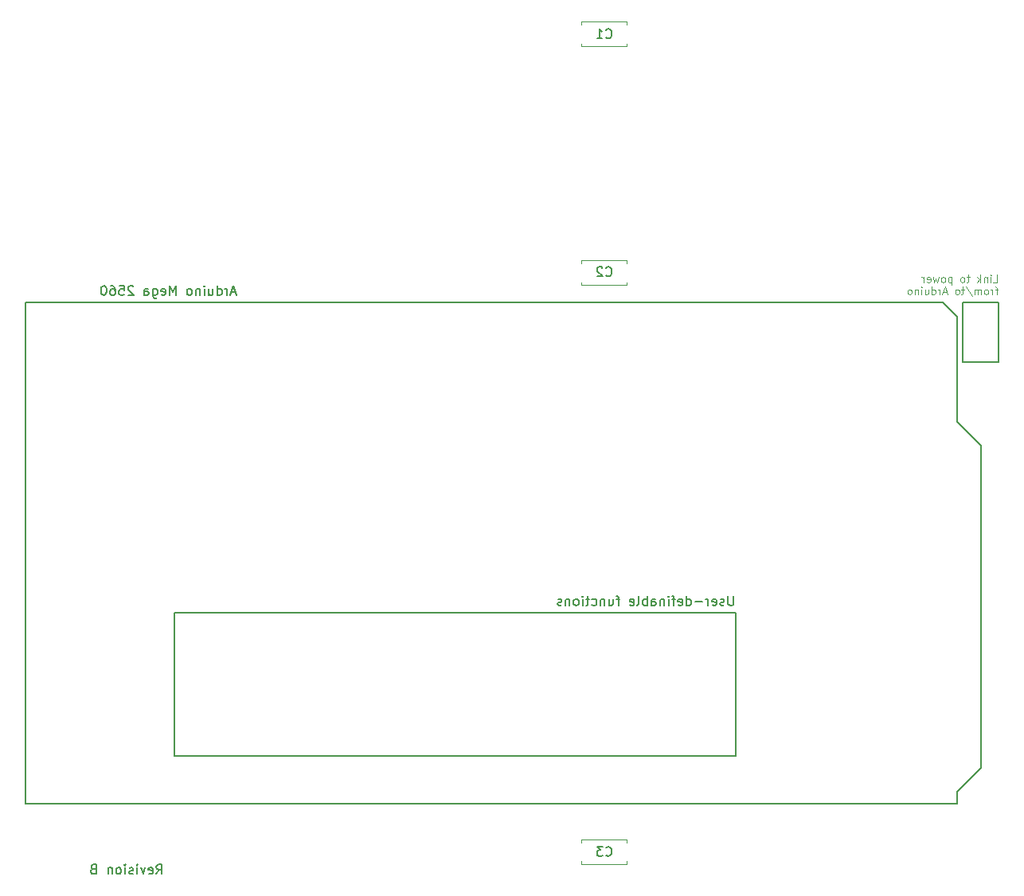
<source format=gbo>
G04 #@! TF.FileFunction,Legend,Bot*
%FSLAX46Y46*%
G04 Gerber Fmt 4.6, Leading zero omitted, Abs format (unit mm)*
G04 Created by KiCad (PCBNEW 4.0.7) date 01/18/20 22:33:19*
%MOMM*%
%LPD*%
G01*
G04 APERTURE LIST*
%ADD10C,0.100000*%
%ADD11C,0.150000*%
%ADD12C,0.200000*%
%ADD13C,0.120000*%
G04 APERTURE END LIST*
D10*
D11*
X169941905Y-114387381D02*
X169941905Y-115196905D01*
X169894286Y-115292143D01*
X169846667Y-115339762D01*
X169751429Y-115387381D01*
X169560952Y-115387381D01*
X169465714Y-115339762D01*
X169418095Y-115292143D01*
X169370476Y-115196905D01*
X169370476Y-114387381D01*
X168941905Y-115339762D02*
X168846667Y-115387381D01*
X168656191Y-115387381D01*
X168560952Y-115339762D01*
X168513333Y-115244524D01*
X168513333Y-115196905D01*
X168560952Y-115101667D01*
X168656191Y-115054048D01*
X168799048Y-115054048D01*
X168894286Y-115006429D01*
X168941905Y-114911190D01*
X168941905Y-114863571D01*
X168894286Y-114768333D01*
X168799048Y-114720714D01*
X168656191Y-114720714D01*
X168560952Y-114768333D01*
X167703809Y-115339762D02*
X167799047Y-115387381D01*
X167989524Y-115387381D01*
X168084762Y-115339762D01*
X168132381Y-115244524D01*
X168132381Y-114863571D01*
X168084762Y-114768333D01*
X167989524Y-114720714D01*
X167799047Y-114720714D01*
X167703809Y-114768333D01*
X167656190Y-114863571D01*
X167656190Y-114958810D01*
X168132381Y-115054048D01*
X167227619Y-115387381D02*
X167227619Y-114720714D01*
X167227619Y-114911190D02*
X167180000Y-114815952D01*
X167132381Y-114768333D01*
X167037143Y-114720714D01*
X166941904Y-114720714D01*
X166608571Y-115006429D02*
X165846666Y-115006429D01*
X164941904Y-115387381D02*
X164941904Y-114387381D01*
X164941904Y-115339762D02*
X165037142Y-115387381D01*
X165227619Y-115387381D01*
X165322857Y-115339762D01*
X165370476Y-115292143D01*
X165418095Y-115196905D01*
X165418095Y-114911190D01*
X165370476Y-114815952D01*
X165322857Y-114768333D01*
X165227619Y-114720714D01*
X165037142Y-114720714D01*
X164941904Y-114768333D01*
X164084761Y-115339762D02*
X164179999Y-115387381D01*
X164370476Y-115387381D01*
X164465714Y-115339762D01*
X164513333Y-115244524D01*
X164513333Y-114863571D01*
X164465714Y-114768333D01*
X164370476Y-114720714D01*
X164179999Y-114720714D01*
X164084761Y-114768333D01*
X164037142Y-114863571D01*
X164037142Y-114958810D01*
X164513333Y-115054048D01*
X163751428Y-114720714D02*
X163370476Y-114720714D01*
X163608571Y-115387381D02*
X163608571Y-114530238D01*
X163560952Y-114435000D01*
X163465714Y-114387381D01*
X163370476Y-114387381D01*
X163037142Y-115387381D02*
X163037142Y-114720714D01*
X163037142Y-114387381D02*
X163084761Y-114435000D01*
X163037142Y-114482619D01*
X162989523Y-114435000D01*
X163037142Y-114387381D01*
X163037142Y-114482619D01*
X162560952Y-114720714D02*
X162560952Y-115387381D01*
X162560952Y-114815952D02*
X162513333Y-114768333D01*
X162418095Y-114720714D01*
X162275237Y-114720714D01*
X162179999Y-114768333D01*
X162132380Y-114863571D01*
X162132380Y-115387381D01*
X161227618Y-115387381D02*
X161227618Y-114863571D01*
X161275237Y-114768333D01*
X161370475Y-114720714D01*
X161560952Y-114720714D01*
X161656190Y-114768333D01*
X161227618Y-115339762D02*
X161322856Y-115387381D01*
X161560952Y-115387381D01*
X161656190Y-115339762D01*
X161703809Y-115244524D01*
X161703809Y-115149286D01*
X161656190Y-115054048D01*
X161560952Y-115006429D01*
X161322856Y-115006429D01*
X161227618Y-114958810D01*
X160751428Y-115387381D02*
X160751428Y-114387381D01*
X160751428Y-114768333D02*
X160656190Y-114720714D01*
X160465713Y-114720714D01*
X160370475Y-114768333D01*
X160322856Y-114815952D01*
X160275237Y-114911190D01*
X160275237Y-115196905D01*
X160322856Y-115292143D01*
X160370475Y-115339762D01*
X160465713Y-115387381D01*
X160656190Y-115387381D01*
X160751428Y-115339762D01*
X159703809Y-115387381D02*
X159799047Y-115339762D01*
X159846666Y-115244524D01*
X159846666Y-114387381D01*
X158941903Y-115339762D02*
X159037141Y-115387381D01*
X159227618Y-115387381D01*
X159322856Y-115339762D01*
X159370475Y-115244524D01*
X159370475Y-114863571D01*
X159322856Y-114768333D01*
X159227618Y-114720714D01*
X159037141Y-114720714D01*
X158941903Y-114768333D01*
X158894284Y-114863571D01*
X158894284Y-114958810D01*
X159370475Y-115054048D01*
X157846665Y-114720714D02*
X157465713Y-114720714D01*
X157703808Y-115387381D02*
X157703808Y-114530238D01*
X157656189Y-114435000D01*
X157560951Y-114387381D01*
X157465713Y-114387381D01*
X156703807Y-114720714D02*
X156703807Y-115387381D01*
X157132379Y-114720714D02*
X157132379Y-115244524D01*
X157084760Y-115339762D01*
X156989522Y-115387381D01*
X156846664Y-115387381D01*
X156751426Y-115339762D01*
X156703807Y-115292143D01*
X156227617Y-114720714D02*
X156227617Y-115387381D01*
X156227617Y-114815952D02*
X156179998Y-114768333D01*
X156084760Y-114720714D01*
X155941902Y-114720714D01*
X155846664Y-114768333D01*
X155799045Y-114863571D01*
X155799045Y-115387381D01*
X154894283Y-115339762D02*
X154989521Y-115387381D01*
X155179998Y-115387381D01*
X155275236Y-115339762D01*
X155322855Y-115292143D01*
X155370474Y-115196905D01*
X155370474Y-114911190D01*
X155322855Y-114815952D01*
X155275236Y-114768333D01*
X155179998Y-114720714D01*
X154989521Y-114720714D01*
X154894283Y-114768333D01*
X154608569Y-114720714D02*
X154227617Y-114720714D01*
X154465712Y-114387381D02*
X154465712Y-115244524D01*
X154418093Y-115339762D01*
X154322855Y-115387381D01*
X154227617Y-115387381D01*
X153894283Y-115387381D02*
X153894283Y-114720714D01*
X153894283Y-114387381D02*
X153941902Y-114435000D01*
X153894283Y-114482619D01*
X153846664Y-114435000D01*
X153894283Y-114387381D01*
X153894283Y-114482619D01*
X153275236Y-115387381D02*
X153370474Y-115339762D01*
X153418093Y-115292143D01*
X153465712Y-115196905D01*
X153465712Y-114911190D01*
X153418093Y-114815952D01*
X153370474Y-114768333D01*
X153275236Y-114720714D01*
X153132378Y-114720714D01*
X153037140Y-114768333D01*
X152989521Y-114815952D01*
X152941902Y-114911190D01*
X152941902Y-115196905D01*
X152989521Y-115292143D01*
X153037140Y-115339762D01*
X153132378Y-115387381D01*
X153275236Y-115387381D01*
X152513331Y-114720714D02*
X152513331Y-115387381D01*
X152513331Y-114815952D02*
X152465712Y-114768333D01*
X152370474Y-114720714D01*
X152227616Y-114720714D01*
X152132378Y-114768333D01*
X152084759Y-114863571D01*
X152084759Y-115387381D01*
X151656188Y-115339762D02*
X151560950Y-115387381D01*
X151370474Y-115387381D01*
X151275235Y-115339762D01*
X151227616Y-115244524D01*
X151227616Y-115196905D01*
X151275235Y-115101667D01*
X151370474Y-115054048D01*
X151513331Y-115054048D01*
X151608569Y-115006429D01*
X151656188Y-114911190D01*
X151656188Y-114863571D01*
X151608569Y-114768333D01*
X151513331Y-114720714D01*
X151370474Y-114720714D01*
X151275235Y-114768333D01*
D12*
X170180000Y-131445000D02*
X110490000Y-131445000D01*
X170180000Y-116205000D02*
X170180000Y-131445000D01*
X110490000Y-116205000D02*
X170180000Y-116205000D01*
X110490000Y-131445000D02*
X110490000Y-116205000D01*
D10*
X197548571Y-80991905D02*
X197929524Y-80991905D01*
X197929524Y-80191905D01*
X197281905Y-80991905D02*
X197281905Y-80458571D01*
X197281905Y-80191905D02*
X197320000Y-80230000D01*
X197281905Y-80268095D01*
X197243810Y-80230000D01*
X197281905Y-80191905D01*
X197281905Y-80268095D01*
X196900953Y-80458571D02*
X196900953Y-80991905D01*
X196900953Y-80534762D02*
X196862858Y-80496667D01*
X196786667Y-80458571D01*
X196672381Y-80458571D01*
X196596191Y-80496667D01*
X196558096Y-80572857D01*
X196558096Y-80991905D01*
X196177143Y-80991905D02*
X196177143Y-80191905D01*
X196100952Y-80687143D02*
X195872381Y-80991905D01*
X195872381Y-80458571D02*
X196177143Y-80763333D01*
X195034286Y-80458571D02*
X194729524Y-80458571D01*
X194920000Y-80191905D02*
X194920000Y-80877619D01*
X194881905Y-80953810D01*
X194805714Y-80991905D01*
X194729524Y-80991905D01*
X194348571Y-80991905D02*
X194424762Y-80953810D01*
X194462857Y-80915714D01*
X194500952Y-80839524D01*
X194500952Y-80610952D01*
X194462857Y-80534762D01*
X194424762Y-80496667D01*
X194348571Y-80458571D01*
X194234285Y-80458571D01*
X194158095Y-80496667D01*
X194120000Y-80534762D01*
X194081904Y-80610952D01*
X194081904Y-80839524D01*
X194120000Y-80915714D01*
X194158095Y-80953810D01*
X194234285Y-80991905D01*
X194348571Y-80991905D01*
X193129523Y-80458571D02*
X193129523Y-81258571D01*
X193129523Y-80496667D02*
X193053332Y-80458571D01*
X192900951Y-80458571D01*
X192824761Y-80496667D01*
X192786666Y-80534762D01*
X192748570Y-80610952D01*
X192748570Y-80839524D01*
X192786666Y-80915714D01*
X192824761Y-80953810D01*
X192900951Y-80991905D01*
X193053332Y-80991905D01*
X193129523Y-80953810D01*
X192291427Y-80991905D02*
X192367618Y-80953810D01*
X192405713Y-80915714D01*
X192443808Y-80839524D01*
X192443808Y-80610952D01*
X192405713Y-80534762D01*
X192367618Y-80496667D01*
X192291427Y-80458571D01*
X192177141Y-80458571D01*
X192100951Y-80496667D01*
X192062856Y-80534762D01*
X192024760Y-80610952D01*
X192024760Y-80839524D01*
X192062856Y-80915714D01*
X192100951Y-80953810D01*
X192177141Y-80991905D01*
X192291427Y-80991905D01*
X191758093Y-80458571D02*
X191605712Y-80991905D01*
X191453331Y-80610952D01*
X191300950Y-80991905D01*
X191148569Y-80458571D01*
X190539046Y-80953810D02*
X190615236Y-80991905D01*
X190767617Y-80991905D01*
X190843808Y-80953810D01*
X190881903Y-80877619D01*
X190881903Y-80572857D01*
X190843808Y-80496667D01*
X190767617Y-80458571D01*
X190615236Y-80458571D01*
X190539046Y-80496667D01*
X190500951Y-80572857D01*
X190500951Y-80649048D01*
X190881903Y-80725238D01*
X190158094Y-80991905D02*
X190158094Y-80458571D01*
X190158094Y-80610952D02*
X190119999Y-80534762D01*
X190081903Y-80496667D01*
X190005713Y-80458571D01*
X189929522Y-80458571D01*
X198043810Y-81758571D02*
X197739048Y-81758571D01*
X197929524Y-82291905D02*
X197929524Y-81606190D01*
X197891429Y-81530000D01*
X197815238Y-81491905D01*
X197739048Y-81491905D01*
X197472381Y-82291905D02*
X197472381Y-81758571D01*
X197472381Y-81910952D02*
X197434286Y-81834762D01*
X197396190Y-81796667D01*
X197320000Y-81758571D01*
X197243809Y-81758571D01*
X196862857Y-82291905D02*
X196939048Y-82253810D01*
X196977143Y-82215714D01*
X197015238Y-82139524D01*
X197015238Y-81910952D01*
X196977143Y-81834762D01*
X196939048Y-81796667D01*
X196862857Y-81758571D01*
X196748571Y-81758571D01*
X196672381Y-81796667D01*
X196634286Y-81834762D01*
X196596190Y-81910952D01*
X196596190Y-82139524D01*
X196634286Y-82215714D01*
X196672381Y-82253810D01*
X196748571Y-82291905D01*
X196862857Y-82291905D01*
X196253333Y-82291905D02*
X196253333Y-81758571D01*
X196253333Y-81834762D02*
X196215238Y-81796667D01*
X196139047Y-81758571D01*
X196024761Y-81758571D01*
X195948571Y-81796667D01*
X195910476Y-81872857D01*
X195910476Y-82291905D01*
X195910476Y-81872857D02*
X195872380Y-81796667D01*
X195796190Y-81758571D01*
X195681904Y-81758571D01*
X195605714Y-81796667D01*
X195567619Y-81872857D01*
X195567619Y-82291905D01*
X194615237Y-81453810D02*
X195300952Y-82482381D01*
X194462857Y-81758571D02*
X194158095Y-81758571D01*
X194348571Y-81491905D02*
X194348571Y-82177619D01*
X194310476Y-82253810D01*
X194234285Y-82291905D01*
X194158095Y-82291905D01*
X193777142Y-82291905D02*
X193853333Y-82253810D01*
X193891428Y-82215714D01*
X193929523Y-82139524D01*
X193929523Y-81910952D01*
X193891428Y-81834762D01*
X193853333Y-81796667D01*
X193777142Y-81758571D01*
X193662856Y-81758571D01*
X193586666Y-81796667D01*
X193548571Y-81834762D01*
X193510475Y-81910952D01*
X193510475Y-82139524D01*
X193548571Y-82215714D01*
X193586666Y-82253810D01*
X193662856Y-82291905D01*
X193777142Y-82291905D01*
X192596189Y-82063333D02*
X192215237Y-82063333D01*
X192672380Y-82291905D02*
X192405713Y-81491905D01*
X192139046Y-82291905D01*
X191872380Y-82291905D02*
X191872380Y-81758571D01*
X191872380Y-81910952D02*
X191834285Y-81834762D01*
X191796189Y-81796667D01*
X191719999Y-81758571D01*
X191643808Y-81758571D01*
X191034285Y-82291905D02*
X191034285Y-81491905D01*
X191034285Y-82253810D02*
X191110475Y-82291905D01*
X191262856Y-82291905D01*
X191339047Y-82253810D01*
X191377142Y-82215714D01*
X191415237Y-82139524D01*
X191415237Y-81910952D01*
X191377142Y-81834762D01*
X191339047Y-81796667D01*
X191262856Y-81758571D01*
X191110475Y-81758571D01*
X191034285Y-81796667D01*
X190310475Y-81758571D02*
X190310475Y-82291905D01*
X190653332Y-81758571D02*
X190653332Y-82177619D01*
X190615237Y-82253810D01*
X190539046Y-82291905D01*
X190424760Y-82291905D01*
X190348570Y-82253810D01*
X190310475Y-82215714D01*
X189929522Y-82291905D02*
X189929522Y-81758571D01*
X189929522Y-81491905D02*
X189967617Y-81530000D01*
X189929522Y-81568095D01*
X189891427Y-81530000D01*
X189929522Y-81491905D01*
X189929522Y-81568095D01*
X189548570Y-81758571D02*
X189548570Y-82291905D01*
X189548570Y-81834762D02*
X189510475Y-81796667D01*
X189434284Y-81758571D01*
X189319998Y-81758571D01*
X189243808Y-81796667D01*
X189205713Y-81872857D01*
X189205713Y-82291905D01*
X188710474Y-82291905D02*
X188786665Y-82253810D01*
X188824760Y-82215714D01*
X188862855Y-82139524D01*
X188862855Y-81910952D01*
X188824760Y-81834762D01*
X188786665Y-81796667D01*
X188710474Y-81758571D01*
X188596188Y-81758571D01*
X188519998Y-81796667D01*
X188481903Y-81834762D01*
X188443807Y-81910952D01*
X188443807Y-82139524D01*
X188481903Y-82215714D01*
X188519998Y-82253810D01*
X188596188Y-82291905D01*
X188710474Y-82291905D01*
D11*
X117021667Y-82081667D02*
X116545476Y-82081667D01*
X117116905Y-82367381D02*
X116783572Y-81367381D01*
X116450238Y-82367381D01*
X116116905Y-82367381D02*
X116116905Y-81700714D01*
X116116905Y-81891190D02*
X116069286Y-81795952D01*
X116021667Y-81748333D01*
X115926429Y-81700714D01*
X115831190Y-81700714D01*
X115069285Y-82367381D02*
X115069285Y-81367381D01*
X115069285Y-82319762D02*
X115164523Y-82367381D01*
X115355000Y-82367381D01*
X115450238Y-82319762D01*
X115497857Y-82272143D01*
X115545476Y-82176905D01*
X115545476Y-81891190D01*
X115497857Y-81795952D01*
X115450238Y-81748333D01*
X115355000Y-81700714D01*
X115164523Y-81700714D01*
X115069285Y-81748333D01*
X114164523Y-81700714D02*
X114164523Y-82367381D01*
X114593095Y-81700714D02*
X114593095Y-82224524D01*
X114545476Y-82319762D01*
X114450238Y-82367381D01*
X114307380Y-82367381D01*
X114212142Y-82319762D01*
X114164523Y-82272143D01*
X113688333Y-82367381D02*
X113688333Y-81700714D01*
X113688333Y-81367381D02*
X113735952Y-81415000D01*
X113688333Y-81462619D01*
X113640714Y-81415000D01*
X113688333Y-81367381D01*
X113688333Y-81462619D01*
X113212143Y-81700714D02*
X113212143Y-82367381D01*
X113212143Y-81795952D02*
X113164524Y-81748333D01*
X113069286Y-81700714D01*
X112926428Y-81700714D01*
X112831190Y-81748333D01*
X112783571Y-81843571D01*
X112783571Y-82367381D01*
X112164524Y-82367381D02*
X112259762Y-82319762D01*
X112307381Y-82272143D01*
X112355000Y-82176905D01*
X112355000Y-81891190D01*
X112307381Y-81795952D01*
X112259762Y-81748333D01*
X112164524Y-81700714D01*
X112021666Y-81700714D01*
X111926428Y-81748333D01*
X111878809Y-81795952D01*
X111831190Y-81891190D01*
X111831190Y-82176905D01*
X111878809Y-82272143D01*
X111926428Y-82319762D01*
X112021666Y-82367381D01*
X112164524Y-82367381D01*
X110640714Y-82367381D02*
X110640714Y-81367381D01*
X110307380Y-82081667D01*
X109974047Y-81367381D01*
X109974047Y-82367381D01*
X109116904Y-82319762D02*
X109212142Y-82367381D01*
X109402619Y-82367381D01*
X109497857Y-82319762D01*
X109545476Y-82224524D01*
X109545476Y-81843571D01*
X109497857Y-81748333D01*
X109402619Y-81700714D01*
X109212142Y-81700714D01*
X109116904Y-81748333D01*
X109069285Y-81843571D01*
X109069285Y-81938810D01*
X109545476Y-82034048D01*
X108212142Y-81700714D02*
X108212142Y-82510238D01*
X108259761Y-82605476D01*
X108307380Y-82653095D01*
X108402619Y-82700714D01*
X108545476Y-82700714D01*
X108640714Y-82653095D01*
X108212142Y-82319762D02*
X108307380Y-82367381D01*
X108497857Y-82367381D01*
X108593095Y-82319762D01*
X108640714Y-82272143D01*
X108688333Y-82176905D01*
X108688333Y-81891190D01*
X108640714Y-81795952D01*
X108593095Y-81748333D01*
X108497857Y-81700714D01*
X108307380Y-81700714D01*
X108212142Y-81748333D01*
X107307380Y-82367381D02*
X107307380Y-81843571D01*
X107354999Y-81748333D01*
X107450237Y-81700714D01*
X107640714Y-81700714D01*
X107735952Y-81748333D01*
X107307380Y-82319762D02*
X107402618Y-82367381D01*
X107640714Y-82367381D01*
X107735952Y-82319762D01*
X107783571Y-82224524D01*
X107783571Y-82129286D01*
X107735952Y-82034048D01*
X107640714Y-81986429D01*
X107402618Y-81986429D01*
X107307380Y-81938810D01*
X106116904Y-81462619D02*
X106069285Y-81415000D01*
X105974047Y-81367381D01*
X105735951Y-81367381D01*
X105640713Y-81415000D01*
X105593094Y-81462619D01*
X105545475Y-81557857D01*
X105545475Y-81653095D01*
X105593094Y-81795952D01*
X106164523Y-82367381D01*
X105545475Y-82367381D01*
X104640713Y-81367381D02*
X105116904Y-81367381D01*
X105164523Y-81843571D01*
X105116904Y-81795952D01*
X105021666Y-81748333D01*
X104783570Y-81748333D01*
X104688332Y-81795952D01*
X104640713Y-81843571D01*
X104593094Y-81938810D01*
X104593094Y-82176905D01*
X104640713Y-82272143D01*
X104688332Y-82319762D01*
X104783570Y-82367381D01*
X105021666Y-82367381D01*
X105116904Y-82319762D01*
X105164523Y-82272143D01*
X103735951Y-81367381D02*
X103926428Y-81367381D01*
X104021666Y-81415000D01*
X104069285Y-81462619D01*
X104164523Y-81605476D01*
X104212142Y-81795952D01*
X104212142Y-82176905D01*
X104164523Y-82272143D01*
X104116904Y-82319762D01*
X104021666Y-82367381D01*
X103831189Y-82367381D01*
X103735951Y-82319762D01*
X103688332Y-82272143D01*
X103640713Y-82176905D01*
X103640713Y-81938810D01*
X103688332Y-81843571D01*
X103735951Y-81795952D01*
X103831189Y-81748333D01*
X104021666Y-81748333D01*
X104116904Y-81795952D01*
X104164523Y-81843571D01*
X104212142Y-81938810D01*
X103021666Y-81367381D02*
X102926427Y-81367381D01*
X102831189Y-81415000D01*
X102783570Y-81462619D01*
X102735951Y-81557857D01*
X102688332Y-81748333D01*
X102688332Y-81986429D01*
X102735951Y-82176905D01*
X102783570Y-82272143D01*
X102831189Y-82319762D01*
X102926427Y-82367381D01*
X103021666Y-82367381D01*
X103116904Y-82319762D01*
X103164523Y-82272143D01*
X103212142Y-82176905D01*
X103259761Y-81986429D01*
X103259761Y-81748333D01*
X103212142Y-81557857D01*
X103164523Y-81462619D01*
X103116904Y-81415000D01*
X103021666Y-81367381D01*
X108576666Y-143962381D02*
X108910000Y-143486190D01*
X109148095Y-143962381D02*
X109148095Y-142962381D01*
X108767142Y-142962381D01*
X108671904Y-143010000D01*
X108624285Y-143057619D01*
X108576666Y-143152857D01*
X108576666Y-143295714D01*
X108624285Y-143390952D01*
X108671904Y-143438571D01*
X108767142Y-143486190D01*
X109148095Y-143486190D01*
X107767142Y-143914762D02*
X107862380Y-143962381D01*
X108052857Y-143962381D01*
X108148095Y-143914762D01*
X108195714Y-143819524D01*
X108195714Y-143438571D01*
X108148095Y-143343333D01*
X108052857Y-143295714D01*
X107862380Y-143295714D01*
X107767142Y-143343333D01*
X107719523Y-143438571D01*
X107719523Y-143533810D01*
X108195714Y-143629048D01*
X107386190Y-143295714D02*
X107148095Y-143962381D01*
X106909999Y-143295714D01*
X106529047Y-143962381D02*
X106529047Y-143295714D01*
X106529047Y-142962381D02*
X106576666Y-143010000D01*
X106529047Y-143057619D01*
X106481428Y-143010000D01*
X106529047Y-142962381D01*
X106529047Y-143057619D01*
X106100476Y-143914762D02*
X106005238Y-143962381D01*
X105814762Y-143962381D01*
X105719523Y-143914762D01*
X105671904Y-143819524D01*
X105671904Y-143771905D01*
X105719523Y-143676667D01*
X105814762Y-143629048D01*
X105957619Y-143629048D01*
X106052857Y-143581429D01*
X106100476Y-143486190D01*
X106100476Y-143438571D01*
X106052857Y-143343333D01*
X105957619Y-143295714D01*
X105814762Y-143295714D01*
X105719523Y-143343333D01*
X105243333Y-143962381D02*
X105243333Y-143295714D01*
X105243333Y-142962381D02*
X105290952Y-143010000D01*
X105243333Y-143057619D01*
X105195714Y-143010000D01*
X105243333Y-142962381D01*
X105243333Y-143057619D01*
X104624286Y-143962381D02*
X104719524Y-143914762D01*
X104767143Y-143867143D01*
X104814762Y-143771905D01*
X104814762Y-143486190D01*
X104767143Y-143390952D01*
X104719524Y-143343333D01*
X104624286Y-143295714D01*
X104481428Y-143295714D01*
X104386190Y-143343333D01*
X104338571Y-143390952D01*
X104290952Y-143486190D01*
X104290952Y-143771905D01*
X104338571Y-143867143D01*
X104386190Y-143914762D01*
X104481428Y-143962381D01*
X104624286Y-143962381D01*
X103862381Y-143295714D02*
X103862381Y-143962381D01*
X103862381Y-143390952D02*
X103814762Y-143343333D01*
X103719524Y-143295714D01*
X103576666Y-143295714D01*
X103481428Y-143343333D01*
X103433809Y-143438571D01*
X103433809Y-143962381D01*
X101862380Y-143438571D02*
X101719523Y-143486190D01*
X101671904Y-143533810D01*
X101624285Y-143629048D01*
X101624285Y-143771905D01*
X101671904Y-143867143D01*
X101719523Y-143914762D01*
X101814761Y-143962381D01*
X102195714Y-143962381D01*
X102195714Y-142962381D01*
X101862380Y-142962381D01*
X101767142Y-143010000D01*
X101719523Y-143057619D01*
X101671904Y-143152857D01*
X101671904Y-143248095D01*
X101719523Y-143343333D01*
X101767142Y-143390952D01*
X101862380Y-143438571D01*
X102195714Y-143438571D01*
D12*
X198120000Y-89535000D02*
X198120000Y-83185000D01*
X194310000Y-89535000D02*
X198120000Y-89535000D01*
X194310000Y-83185000D02*
X194310000Y-89535000D01*
X198120000Y-83185000D02*
X194310000Y-83185000D01*
D11*
X94615000Y-83185000D02*
X94615000Y-136525000D01*
X193675000Y-95885000D02*
X193675000Y-84709000D01*
X196215000Y-98425000D02*
X193675000Y-95885000D01*
X196215000Y-132715000D02*
X196215000Y-98425000D01*
X193675000Y-135255000D02*
X196215000Y-132715000D01*
X193675000Y-136525000D02*
X193675000Y-135255000D01*
X192151000Y-83185000D02*
X193675000Y-84709000D01*
X94615000Y-136525000D02*
X193675000Y-136525000D01*
X94615000Y-83185000D02*
X192151000Y-83185000D01*
D13*
X153760000Y-55920000D02*
X158580000Y-55920000D01*
X153760000Y-53300000D02*
X158580000Y-53300000D01*
X153760000Y-55920000D02*
X153760000Y-55606000D01*
X153760000Y-53614000D02*
X153760000Y-53300000D01*
X158580000Y-55920000D02*
X158580000Y-55606000D01*
X158580000Y-53614000D02*
X158580000Y-53300000D01*
X153760000Y-81320000D02*
X158580000Y-81320000D01*
X153760000Y-78700000D02*
X158580000Y-78700000D01*
X153760000Y-81320000D02*
X153760000Y-81006000D01*
X153760000Y-79014000D02*
X153760000Y-78700000D01*
X158580000Y-81320000D02*
X158580000Y-81006000D01*
X158580000Y-79014000D02*
X158580000Y-78700000D01*
X153760000Y-142915000D02*
X158580000Y-142915000D01*
X153760000Y-140295000D02*
X158580000Y-140295000D01*
X153760000Y-142915000D02*
X153760000Y-142601000D01*
X153760000Y-140609000D02*
X153760000Y-140295000D01*
X158580000Y-142915000D02*
X158580000Y-142601000D01*
X158580000Y-140609000D02*
X158580000Y-140295000D01*
D11*
X156376666Y-54967143D02*
X156424285Y-55014762D01*
X156567142Y-55062381D01*
X156662380Y-55062381D01*
X156805238Y-55014762D01*
X156900476Y-54919524D01*
X156948095Y-54824286D01*
X156995714Y-54633810D01*
X156995714Y-54490952D01*
X156948095Y-54300476D01*
X156900476Y-54205238D01*
X156805238Y-54110000D01*
X156662380Y-54062381D01*
X156567142Y-54062381D01*
X156424285Y-54110000D01*
X156376666Y-54157619D01*
X155424285Y-55062381D02*
X155995714Y-55062381D01*
X155710000Y-55062381D02*
X155710000Y-54062381D01*
X155805238Y-54205238D01*
X155900476Y-54300476D01*
X155995714Y-54348095D01*
X156376666Y-80282144D02*
X156424285Y-80329763D01*
X156567142Y-80377382D01*
X156662380Y-80377382D01*
X156805238Y-80329763D01*
X156900476Y-80234525D01*
X156948095Y-80139287D01*
X156995714Y-79948811D01*
X156995714Y-79805953D01*
X156948095Y-79615477D01*
X156900476Y-79520239D01*
X156805238Y-79425001D01*
X156662380Y-79377382D01*
X156567142Y-79377382D01*
X156424285Y-79425001D01*
X156376666Y-79472620D01*
X155995714Y-79472620D02*
X155948095Y-79425001D01*
X155852857Y-79377382D01*
X155614761Y-79377382D01*
X155519523Y-79425001D01*
X155471904Y-79472620D01*
X155424285Y-79567858D01*
X155424285Y-79663096D01*
X155471904Y-79805953D01*
X156043333Y-80377382D01*
X155424285Y-80377382D01*
X156376666Y-141962143D02*
X156424285Y-142009762D01*
X156567142Y-142057381D01*
X156662380Y-142057381D01*
X156805238Y-142009762D01*
X156900476Y-141914524D01*
X156948095Y-141819286D01*
X156995714Y-141628810D01*
X156995714Y-141485952D01*
X156948095Y-141295476D01*
X156900476Y-141200238D01*
X156805238Y-141105000D01*
X156662380Y-141057381D01*
X156567142Y-141057381D01*
X156424285Y-141105000D01*
X156376666Y-141152619D01*
X156043333Y-141057381D02*
X155424285Y-141057381D01*
X155757619Y-141438333D01*
X155614761Y-141438333D01*
X155519523Y-141485952D01*
X155471904Y-141533571D01*
X155424285Y-141628810D01*
X155424285Y-141866905D01*
X155471904Y-141962143D01*
X155519523Y-142009762D01*
X155614761Y-142057381D01*
X155900476Y-142057381D01*
X155995714Y-142009762D01*
X156043333Y-141962143D01*
M02*

</source>
